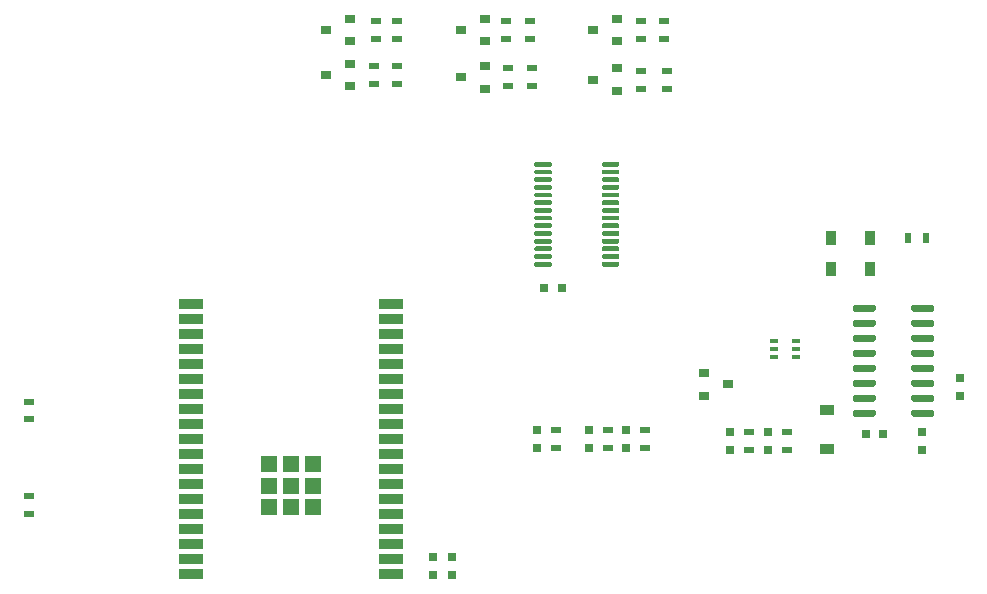
<source format=gtp>
G04 #@! TF.GenerationSoftware,KiCad,Pcbnew,(5.1.9)-1*
G04 #@! TF.CreationDate,2021-04-20T11:25:04+02:00*
G04 #@! TF.ProjectId,esp32-kaemmerlein-light-control,65737033-322d-46b6-9165-6d6d65726c65,rev?*
G04 #@! TF.SameCoordinates,Original*
G04 #@! TF.FileFunction,Paste,Top*
G04 #@! TF.FilePolarity,Positive*
%FSLAX46Y46*%
G04 Gerber Fmt 4.6, Leading zero omitted, Abs format (unit mm)*
G04 Created by KiCad (PCBNEW (5.1.9)-1) date 2021-04-20 11:25:04*
%MOMM*%
%LPD*%
G01*
G04 APERTURE LIST*
%ADD10R,1.320800X1.320800*%
%ADD11R,2.006600X0.889000*%
%ADD12R,0.900000X0.500000*%
%ADD13R,0.500000X0.900000*%
%ADD14R,0.900000X0.800000*%
%ADD15R,0.650000X0.400000*%
%ADD16R,1.200000X0.900000*%
%ADD17R,0.900000X1.200000*%
%ADD18R,0.800000X0.750000*%
%ADD19R,0.750000X0.800000*%
G04 APERTURE END LIST*
G36*
G01*
X103675000Y-122125000D02*
X103675000Y-122325000D01*
G75*
G02*
X103575000Y-122425000I-100000J0D01*
G01*
X102300000Y-122425000D01*
G75*
G02*
X102200000Y-122325000I0J100000D01*
G01*
X102200000Y-122125000D01*
G75*
G02*
X102300000Y-122025000I100000J0D01*
G01*
X103575000Y-122025000D01*
G75*
G02*
X103675000Y-122125000I0J-100000D01*
G01*
G37*
G36*
G01*
X103675000Y-121475000D02*
X103675000Y-121675000D01*
G75*
G02*
X103575000Y-121775000I-100000J0D01*
G01*
X102300000Y-121775000D01*
G75*
G02*
X102200000Y-121675000I0J100000D01*
G01*
X102200000Y-121475000D01*
G75*
G02*
X102300000Y-121375000I100000J0D01*
G01*
X103575000Y-121375000D01*
G75*
G02*
X103675000Y-121475000I0J-100000D01*
G01*
G37*
G36*
G01*
X103675000Y-120825000D02*
X103675000Y-121025000D01*
G75*
G02*
X103575000Y-121125000I-100000J0D01*
G01*
X102300000Y-121125000D01*
G75*
G02*
X102200000Y-121025000I0J100000D01*
G01*
X102200000Y-120825000D01*
G75*
G02*
X102300000Y-120725000I100000J0D01*
G01*
X103575000Y-120725000D01*
G75*
G02*
X103675000Y-120825000I0J-100000D01*
G01*
G37*
G36*
G01*
X103675000Y-120175000D02*
X103675000Y-120375000D01*
G75*
G02*
X103575000Y-120475000I-100000J0D01*
G01*
X102300000Y-120475000D01*
G75*
G02*
X102200000Y-120375000I0J100000D01*
G01*
X102200000Y-120175000D01*
G75*
G02*
X102300000Y-120075000I100000J0D01*
G01*
X103575000Y-120075000D01*
G75*
G02*
X103675000Y-120175000I0J-100000D01*
G01*
G37*
G36*
G01*
X103675000Y-119525000D02*
X103675000Y-119725000D01*
G75*
G02*
X103575000Y-119825000I-100000J0D01*
G01*
X102300000Y-119825000D01*
G75*
G02*
X102200000Y-119725000I0J100000D01*
G01*
X102200000Y-119525000D01*
G75*
G02*
X102300000Y-119425000I100000J0D01*
G01*
X103575000Y-119425000D01*
G75*
G02*
X103675000Y-119525000I0J-100000D01*
G01*
G37*
G36*
G01*
X103675000Y-118875000D02*
X103675000Y-119075000D01*
G75*
G02*
X103575000Y-119175000I-100000J0D01*
G01*
X102300000Y-119175000D01*
G75*
G02*
X102200000Y-119075000I0J100000D01*
G01*
X102200000Y-118875000D01*
G75*
G02*
X102300000Y-118775000I100000J0D01*
G01*
X103575000Y-118775000D01*
G75*
G02*
X103675000Y-118875000I0J-100000D01*
G01*
G37*
G36*
G01*
X103675000Y-118225000D02*
X103675000Y-118425000D01*
G75*
G02*
X103575000Y-118525000I-100000J0D01*
G01*
X102300000Y-118525000D01*
G75*
G02*
X102200000Y-118425000I0J100000D01*
G01*
X102200000Y-118225000D01*
G75*
G02*
X102300000Y-118125000I100000J0D01*
G01*
X103575000Y-118125000D01*
G75*
G02*
X103675000Y-118225000I0J-100000D01*
G01*
G37*
G36*
G01*
X103675000Y-117575000D02*
X103675000Y-117775000D01*
G75*
G02*
X103575000Y-117875000I-100000J0D01*
G01*
X102300000Y-117875000D01*
G75*
G02*
X102200000Y-117775000I0J100000D01*
G01*
X102200000Y-117575000D01*
G75*
G02*
X102300000Y-117475000I100000J0D01*
G01*
X103575000Y-117475000D01*
G75*
G02*
X103675000Y-117575000I0J-100000D01*
G01*
G37*
G36*
G01*
X103675000Y-116925000D02*
X103675000Y-117125000D01*
G75*
G02*
X103575000Y-117225000I-100000J0D01*
G01*
X102300000Y-117225000D01*
G75*
G02*
X102200000Y-117125000I0J100000D01*
G01*
X102200000Y-116925000D01*
G75*
G02*
X102300000Y-116825000I100000J0D01*
G01*
X103575000Y-116825000D01*
G75*
G02*
X103675000Y-116925000I0J-100000D01*
G01*
G37*
G36*
G01*
X103675000Y-116275000D02*
X103675000Y-116475000D01*
G75*
G02*
X103575000Y-116575000I-100000J0D01*
G01*
X102300000Y-116575000D01*
G75*
G02*
X102200000Y-116475000I0J100000D01*
G01*
X102200000Y-116275000D01*
G75*
G02*
X102300000Y-116175000I100000J0D01*
G01*
X103575000Y-116175000D01*
G75*
G02*
X103675000Y-116275000I0J-100000D01*
G01*
G37*
G36*
G01*
X103675000Y-115625000D02*
X103675000Y-115825000D01*
G75*
G02*
X103575000Y-115925000I-100000J0D01*
G01*
X102300000Y-115925000D01*
G75*
G02*
X102200000Y-115825000I0J100000D01*
G01*
X102200000Y-115625000D01*
G75*
G02*
X102300000Y-115525000I100000J0D01*
G01*
X103575000Y-115525000D01*
G75*
G02*
X103675000Y-115625000I0J-100000D01*
G01*
G37*
G36*
G01*
X103675000Y-114975000D02*
X103675000Y-115175000D01*
G75*
G02*
X103575000Y-115275000I-100000J0D01*
G01*
X102300000Y-115275000D01*
G75*
G02*
X102200000Y-115175000I0J100000D01*
G01*
X102200000Y-114975000D01*
G75*
G02*
X102300000Y-114875000I100000J0D01*
G01*
X103575000Y-114875000D01*
G75*
G02*
X103675000Y-114975000I0J-100000D01*
G01*
G37*
G36*
G01*
X103675000Y-114325000D02*
X103675000Y-114525000D01*
G75*
G02*
X103575000Y-114625000I-100000J0D01*
G01*
X102300000Y-114625000D01*
G75*
G02*
X102200000Y-114525000I0J100000D01*
G01*
X102200000Y-114325000D01*
G75*
G02*
X102300000Y-114225000I100000J0D01*
G01*
X103575000Y-114225000D01*
G75*
G02*
X103675000Y-114325000I0J-100000D01*
G01*
G37*
G36*
G01*
X103675000Y-113675000D02*
X103675000Y-113875000D01*
G75*
G02*
X103575000Y-113975000I-100000J0D01*
G01*
X102300000Y-113975000D01*
G75*
G02*
X102200000Y-113875000I0J100000D01*
G01*
X102200000Y-113675000D01*
G75*
G02*
X102300000Y-113575000I100000J0D01*
G01*
X103575000Y-113575000D01*
G75*
G02*
X103675000Y-113675000I0J-100000D01*
G01*
G37*
G36*
G01*
X109400000Y-113675000D02*
X109400000Y-113875000D01*
G75*
G02*
X109300000Y-113975000I-100000J0D01*
G01*
X108025000Y-113975000D01*
G75*
G02*
X107925000Y-113875000I0J100000D01*
G01*
X107925000Y-113675000D01*
G75*
G02*
X108025000Y-113575000I100000J0D01*
G01*
X109300000Y-113575000D01*
G75*
G02*
X109400000Y-113675000I0J-100000D01*
G01*
G37*
G36*
G01*
X109400000Y-114325000D02*
X109400000Y-114525000D01*
G75*
G02*
X109300000Y-114625000I-100000J0D01*
G01*
X108025000Y-114625000D01*
G75*
G02*
X107925000Y-114525000I0J100000D01*
G01*
X107925000Y-114325000D01*
G75*
G02*
X108025000Y-114225000I100000J0D01*
G01*
X109300000Y-114225000D01*
G75*
G02*
X109400000Y-114325000I0J-100000D01*
G01*
G37*
G36*
G01*
X109400000Y-114975000D02*
X109400000Y-115175000D01*
G75*
G02*
X109300000Y-115275000I-100000J0D01*
G01*
X108025000Y-115275000D01*
G75*
G02*
X107925000Y-115175000I0J100000D01*
G01*
X107925000Y-114975000D01*
G75*
G02*
X108025000Y-114875000I100000J0D01*
G01*
X109300000Y-114875000D01*
G75*
G02*
X109400000Y-114975000I0J-100000D01*
G01*
G37*
G36*
G01*
X109400000Y-115625000D02*
X109400000Y-115825000D01*
G75*
G02*
X109300000Y-115925000I-100000J0D01*
G01*
X108025000Y-115925000D01*
G75*
G02*
X107925000Y-115825000I0J100000D01*
G01*
X107925000Y-115625000D01*
G75*
G02*
X108025000Y-115525000I100000J0D01*
G01*
X109300000Y-115525000D01*
G75*
G02*
X109400000Y-115625000I0J-100000D01*
G01*
G37*
G36*
G01*
X109400000Y-116275000D02*
X109400000Y-116475000D01*
G75*
G02*
X109300000Y-116575000I-100000J0D01*
G01*
X108025000Y-116575000D01*
G75*
G02*
X107925000Y-116475000I0J100000D01*
G01*
X107925000Y-116275000D01*
G75*
G02*
X108025000Y-116175000I100000J0D01*
G01*
X109300000Y-116175000D01*
G75*
G02*
X109400000Y-116275000I0J-100000D01*
G01*
G37*
G36*
G01*
X109400000Y-116925000D02*
X109400000Y-117125000D01*
G75*
G02*
X109300000Y-117225000I-100000J0D01*
G01*
X108025000Y-117225000D01*
G75*
G02*
X107925000Y-117125000I0J100000D01*
G01*
X107925000Y-116925000D01*
G75*
G02*
X108025000Y-116825000I100000J0D01*
G01*
X109300000Y-116825000D01*
G75*
G02*
X109400000Y-116925000I0J-100000D01*
G01*
G37*
G36*
G01*
X109400000Y-117575000D02*
X109400000Y-117775000D01*
G75*
G02*
X109300000Y-117875000I-100000J0D01*
G01*
X108025000Y-117875000D01*
G75*
G02*
X107925000Y-117775000I0J100000D01*
G01*
X107925000Y-117575000D01*
G75*
G02*
X108025000Y-117475000I100000J0D01*
G01*
X109300000Y-117475000D01*
G75*
G02*
X109400000Y-117575000I0J-100000D01*
G01*
G37*
G36*
G01*
X109400000Y-118225000D02*
X109400000Y-118425000D01*
G75*
G02*
X109300000Y-118525000I-100000J0D01*
G01*
X108025000Y-118525000D01*
G75*
G02*
X107925000Y-118425000I0J100000D01*
G01*
X107925000Y-118225000D01*
G75*
G02*
X108025000Y-118125000I100000J0D01*
G01*
X109300000Y-118125000D01*
G75*
G02*
X109400000Y-118225000I0J-100000D01*
G01*
G37*
G36*
G01*
X109400000Y-118875000D02*
X109400000Y-119075000D01*
G75*
G02*
X109300000Y-119175000I-100000J0D01*
G01*
X108025000Y-119175000D01*
G75*
G02*
X107925000Y-119075000I0J100000D01*
G01*
X107925000Y-118875000D01*
G75*
G02*
X108025000Y-118775000I100000J0D01*
G01*
X109300000Y-118775000D01*
G75*
G02*
X109400000Y-118875000I0J-100000D01*
G01*
G37*
G36*
G01*
X109400000Y-119525000D02*
X109400000Y-119725000D01*
G75*
G02*
X109300000Y-119825000I-100000J0D01*
G01*
X108025000Y-119825000D01*
G75*
G02*
X107925000Y-119725000I0J100000D01*
G01*
X107925000Y-119525000D01*
G75*
G02*
X108025000Y-119425000I100000J0D01*
G01*
X109300000Y-119425000D01*
G75*
G02*
X109400000Y-119525000I0J-100000D01*
G01*
G37*
G36*
G01*
X109400000Y-120175000D02*
X109400000Y-120375000D01*
G75*
G02*
X109300000Y-120475000I-100000J0D01*
G01*
X108025000Y-120475000D01*
G75*
G02*
X107925000Y-120375000I0J100000D01*
G01*
X107925000Y-120175000D01*
G75*
G02*
X108025000Y-120075000I100000J0D01*
G01*
X109300000Y-120075000D01*
G75*
G02*
X109400000Y-120175000I0J-100000D01*
G01*
G37*
G36*
G01*
X109400000Y-120825000D02*
X109400000Y-121025000D01*
G75*
G02*
X109300000Y-121125000I-100000J0D01*
G01*
X108025000Y-121125000D01*
G75*
G02*
X107925000Y-121025000I0J100000D01*
G01*
X107925000Y-120825000D01*
G75*
G02*
X108025000Y-120725000I100000J0D01*
G01*
X109300000Y-120725000D01*
G75*
G02*
X109400000Y-120825000I0J-100000D01*
G01*
G37*
G36*
G01*
X109400000Y-121475000D02*
X109400000Y-121675000D01*
G75*
G02*
X109300000Y-121775000I-100000J0D01*
G01*
X108025000Y-121775000D01*
G75*
G02*
X107925000Y-121675000I0J100000D01*
G01*
X107925000Y-121475000D01*
G75*
G02*
X108025000Y-121375000I100000J0D01*
G01*
X109300000Y-121375000D01*
G75*
G02*
X109400000Y-121475000I0J-100000D01*
G01*
G37*
G36*
G01*
X109400000Y-122125000D02*
X109400000Y-122325000D01*
G75*
G02*
X109300000Y-122425000I-100000J0D01*
G01*
X108025000Y-122425000D01*
G75*
G02*
X107925000Y-122325000I0J100000D01*
G01*
X107925000Y-122125000D01*
G75*
G02*
X108025000Y-122025000I100000J0D01*
G01*
X109300000Y-122025000D01*
G75*
G02*
X109400000Y-122125000I0J-100000D01*
G01*
G37*
D10*
X79765104Y-139122811D03*
X81600000Y-139122811D03*
X83434896Y-139122811D03*
X79765104Y-142802789D03*
X81600000Y-142802789D03*
X83434896Y-142802789D03*
X79765000Y-140962940D03*
X81600000Y-140962940D03*
X83435000Y-140962940D03*
D11*
X73099999Y-125602798D03*
X73099999Y-126872798D03*
X73099999Y-128142798D03*
X73099999Y-129412798D03*
X73099999Y-130682798D03*
X73099999Y-131952798D03*
X73099999Y-133222798D03*
X73099999Y-134492798D03*
X73099999Y-135762798D03*
X73099999Y-137032798D03*
X73099999Y-138302798D03*
X73099999Y-139572798D03*
X73099999Y-140842798D03*
X73099999Y-142112798D03*
X73099999Y-143382798D03*
X73099999Y-144652798D03*
X73099999Y-145922798D03*
X73099999Y-147192798D03*
X73099999Y-148462798D03*
X90100001Y-125602798D03*
X90100001Y-126872798D03*
X90100001Y-128142798D03*
X90100001Y-129412798D03*
X90100001Y-130682798D03*
X90100001Y-131952798D03*
X90100001Y-133222798D03*
X90100001Y-134492798D03*
X90100001Y-135762798D03*
X90100001Y-137032798D03*
X90100001Y-138302798D03*
X90100001Y-139572798D03*
X90100001Y-140842798D03*
X90100001Y-142112798D03*
X90100001Y-143382798D03*
X90100001Y-144652798D03*
X90100001Y-145922798D03*
X90100001Y-147192798D03*
X90100001Y-148462798D03*
G36*
G01*
X131100000Y-134695000D02*
X131100000Y-134995000D01*
G75*
G02*
X130950000Y-135145000I-150000J0D01*
G01*
X129300000Y-135145000D01*
G75*
G02*
X129150000Y-134995000I0J150000D01*
G01*
X129150000Y-134695000D01*
G75*
G02*
X129300000Y-134545000I150000J0D01*
G01*
X130950000Y-134545000D01*
G75*
G02*
X131100000Y-134695000I0J-150000D01*
G01*
G37*
G36*
G01*
X131100000Y-133425000D02*
X131100000Y-133725000D01*
G75*
G02*
X130950000Y-133875000I-150000J0D01*
G01*
X129300000Y-133875000D01*
G75*
G02*
X129150000Y-133725000I0J150000D01*
G01*
X129150000Y-133425000D01*
G75*
G02*
X129300000Y-133275000I150000J0D01*
G01*
X130950000Y-133275000D01*
G75*
G02*
X131100000Y-133425000I0J-150000D01*
G01*
G37*
G36*
G01*
X131100000Y-132155000D02*
X131100000Y-132455000D01*
G75*
G02*
X130950000Y-132605000I-150000J0D01*
G01*
X129300000Y-132605000D01*
G75*
G02*
X129150000Y-132455000I0J150000D01*
G01*
X129150000Y-132155000D01*
G75*
G02*
X129300000Y-132005000I150000J0D01*
G01*
X130950000Y-132005000D01*
G75*
G02*
X131100000Y-132155000I0J-150000D01*
G01*
G37*
G36*
G01*
X131100000Y-130885000D02*
X131100000Y-131185000D01*
G75*
G02*
X130950000Y-131335000I-150000J0D01*
G01*
X129300000Y-131335000D01*
G75*
G02*
X129150000Y-131185000I0J150000D01*
G01*
X129150000Y-130885000D01*
G75*
G02*
X129300000Y-130735000I150000J0D01*
G01*
X130950000Y-130735000D01*
G75*
G02*
X131100000Y-130885000I0J-150000D01*
G01*
G37*
G36*
G01*
X131100000Y-129615000D02*
X131100000Y-129915000D01*
G75*
G02*
X130950000Y-130065000I-150000J0D01*
G01*
X129300000Y-130065000D01*
G75*
G02*
X129150000Y-129915000I0J150000D01*
G01*
X129150000Y-129615000D01*
G75*
G02*
X129300000Y-129465000I150000J0D01*
G01*
X130950000Y-129465000D01*
G75*
G02*
X131100000Y-129615000I0J-150000D01*
G01*
G37*
G36*
G01*
X131100000Y-128345000D02*
X131100000Y-128645000D01*
G75*
G02*
X130950000Y-128795000I-150000J0D01*
G01*
X129300000Y-128795000D01*
G75*
G02*
X129150000Y-128645000I0J150000D01*
G01*
X129150000Y-128345000D01*
G75*
G02*
X129300000Y-128195000I150000J0D01*
G01*
X130950000Y-128195000D01*
G75*
G02*
X131100000Y-128345000I0J-150000D01*
G01*
G37*
G36*
G01*
X131100000Y-127075000D02*
X131100000Y-127375000D01*
G75*
G02*
X130950000Y-127525000I-150000J0D01*
G01*
X129300000Y-127525000D01*
G75*
G02*
X129150000Y-127375000I0J150000D01*
G01*
X129150000Y-127075000D01*
G75*
G02*
X129300000Y-126925000I150000J0D01*
G01*
X130950000Y-126925000D01*
G75*
G02*
X131100000Y-127075000I0J-150000D01*
G01*
G37*
G36*
G01*
X131100000Y-125805000D02*
X131100000Y-126105000D01*
G75*
G02*
X130950000Y-126255000I-150000J0D01*
G01*
X129300000Y-126255000D01*
G75*
G02*
X129150000Y-126105000I0J150000D01*
G01*
X129150000Y-125805000D01*
G75*
G02*
X129300000Y-125655000I150000J0D01*
G01*
X130950000Y-125655000D01*
G75*
G02*
X131100000Y-125805000I0J-150000D01*
G01*
G37*
G36*
G01*
X136050000Y-125805000D02*
X136050000Y-126105000D01*
G75*
G02*
X135900000Y-126255000I-150000J0D01*
G01*
X134250000Y-126255000D01*
G75*
G02*
X134100000Y-126105000I0J150000D01*
G01*
X134100000Y-125805000D01*
G75*
G02*
X134250000Y-125655000I150000J0D01*
G01*
X135900000Y-125655000D01*
G75*
G02*
X136050000Y-125805000I0J-150000D01*
G01*
G37*
G36*
G01*
X136050000Y-127075000D02*
X136050000Y-127375000D01*
G75*
G02*
X135900000Y-127525000I-150000J0D01*
G01*
X134250000Y-127525000D01*
G75*
G02*
X134100000Y-127375000I0J150000D01*
G01*
X134100000Y-127075000D01*
G75*
G02*
X134250000Y-126925000I150000J0D01*
G01*
X135900000Y-126925000D01*
G75*
G02*
X136050000Y-127075000I0J-150000D01*
G01*
G37*
G36*
G01*
X136050000Y-128345000D02*
X136050000Y-128645000D01*
G75*
G02*
X135900000Y-128795000I-150000J0D01*
G01*
X134250000Y-128795000D01*
G75*
G02*
X134100000Y-128645000I0J150000D01*
G01*
X134100000Y-128345000D01*
G75*
G02*
X134250000Y-128195000I150000J0D01*
G01*
X135900000Y-128195000D01*
G75*
G02*
X136050000Y-128345000I0J-150000D01*
G01*
G37*
G36*
G01*
X136050000Y-129615000D02*
X136050000Y-129915000D01*
G75*
G02*
X135900000Y-130065000I-150000J0D01*
G01*
X134250000Y-130065000D01*
G75*
G02*
X134100000Y-129915000I0J150000D01*
G01*
X134100000Y-129615000D01*
G75*
G02*
X134250000Y-129465000I150000J0D01*
G01*
X135900000Y-129465000D01*
G75*
G02*
X136050000Y-129615000I0J-150000D01*
G01*
G37*
G36*
G01*
X136050000Y-130885000D02*
X136050000Y-131185000D01*
G75*
G02*
X135900000Y-131335000I-150000J0D01*
G01*
X134250000Y-131335000D01*
G75*
G02*
X134100000Y-131185000I0J150000D01*
G01*
X134100000Y-130885000D01*
G75*
G02*
X134250000Y-130735000I150000J0D01*
G01*
X135900000Y-130735000D01*
G75*
G02*
X136050000Y-130885000I0J-150000D01*
G01*
G37*
G36*
G01*
X136050000Y-132155000D02*
X136050000Y-132455000D01*
G75*
G02*
X135900000Y-132605000I-150000J0D01*
G01*
X134250000Y-132605000D01*
G75*
G02*
X134100000Y-132455000I0J150000D01*
G01*
X134100000Y-132155000D01*
G75*
G02*
X134250000Y-132005000I150000J0D01*
G01*
X135900000Y-132005000D01*
G75*
G02*
X136050000Y-132155000I0J-150000D01*
G01*
G37*
G36*
G01*
X136050000Y-133425000D02*
X136050000Y-133725000D01*
G75*
G02*
X135900000Y-133875000I-150000J0D01*
G01*
X134250000Y-133875000D01*
G75*
G02*
X134100000Y-133725000I0J150000D01*
G01*
X134100000Y-133425000D01*
G75*
G02*
X134250000Y-133275000I150000J0D01*
G01*
X135900000Y-133275000D01*
G75*
G02*
X136050000Y-133425000I0J-150000D01*
G01*
G37*
G36*
G01*
X136050000Y-134695000D02*
X136050000Y-134995000D01*
G75*
G02*
X135900000Y-135145000I-150000J0D01*
G01*
X134250000Y-135145000D01*
G75*
G02*
X134100000Y-134995000I0J150000D01*
G01*
X134100000Y-134695000D01*
G75*
G02*
X134250000Y-134545000I150000J0D01*
G01*
X135900000Y-134545000D01*
G75*
G02*
X136050000Y-134695000I0J-150000D01*
G01*
G37*
D12*
X111200000Y-105850000D03*
X111200000Y-107350000D03*
X113400000Y-105850000D03*
X113400000Y-107350000D03*
X88600000Y-105450000D03*
X88600000Y-106950000D03*
X90600000Y-105450000D03*
X90600000Y-106950000D03*
X100000000Y-105650000D03*
X100000000Y-107150000D03*
X102000000Y-105650000D03*
X102000000Y-107150000D03*
X111200000Y-101650000D03*
X111200000Y-103150000D03*
X113200000Y-101650000D03*
X113200000Y-103150000D03*
X88800000Y-101650000D03*
X88800000Y-103150000D03*
X90600000Y-101650000D03*
X90600000Y-103150000D03*
X99800000Y-101650000D03*
X99800000Y-103150000D03*
X101800000Y-101650000D03*
X101800000Y-103150000D03*
X111600000Y-136250000D03*
X111600000Y-137750000D03*
X108400000Y-136250000D03*
X108400000Y-137750000D03*
D13*
X135350000Y-120000000D03*
X133850000Y-120000000D03*
D12*
X123600000Y-136450000D03*
X123600000Y-137950000D03*
X120400000Y-136450000D03*
X120400000Y-137950000D03*
X104000000Y-136250000D03*
X104000000Y-137750000D03*
X59400000Y-141850000D03*
X59400000Y-143350000D03*
X59400000Y-133850000D03*
X59400000Y-135350000D03*
D14*
X107200000Y-106600000D03*
X109200000Y-105650000D03*
X109200000Y-107550000D03*
X84600000Y-106200000D03*
X86600000Y-105250000D03*
X86600000Y-107150000D03*
X96000000Y-106400000D03*
X98000000Y-105450000D03*
X98000000Y-107350000D03*
X107200000Y-102400000D03*
X109200000Y-101450000D03*
X109200000Y-103350000D03*
X84600000Y-102400000D03*
X86600000Y-101450000D03*
X86600000Y-103350000D03*
X96000000Y-102400000D03*
X98000000Y-101450000D03*
X98000000Y-103350000D03*
D15*
X122450000Y-130050000D03*
X122450000Y-128750000D03*
X124350000Y-129400000D03*
X122450000Y-129400000D03*
X124350000Y-128750000D03*
X124350000Y-130050000D03*
D14*
X118600000Y-132400000D03*
X116600000Y-133350000D03*
X116600000Y-131450000D03*
D16*
X127000000Y-137850000D03*
X127000000Y-134550000D03*
D17*
X127350000Y-120000000D03*
X130650000Y-120000000D03*
X130650000Y-122600000D03*
X127350000Y-122600000D03*
D18*
X103000000Y-124200000D03*
X104500000Y-124200000D03*
D19*
X110000000Y-136250000D03*
X110000000Y-137750000D03*
X106800000Y-136250000D03*
X106800000Y-137750000D03*
X122000000Y-136450000D03*
X122000000Y-137950000D03*
X118800000Y-136450000D03*
X118800000Y-137950000D03*
X138200000Y-133350000D03*
X138200000Y-131850000D03*
X135000000Y-136450000D03*
X135000000Y-137950000D03*
D18*
X131750000Y-136600000D03*
X130250000Y-136600000D03*
D19*
X102400000Y-136250000D03*
X102400000Y-137750000D03*
X95200000Y-148550000D03*
X95200000Y-147050000D03*
X93600000Y-148550000D03*
X93600000Y-147050000D03*
M02*

</source>
